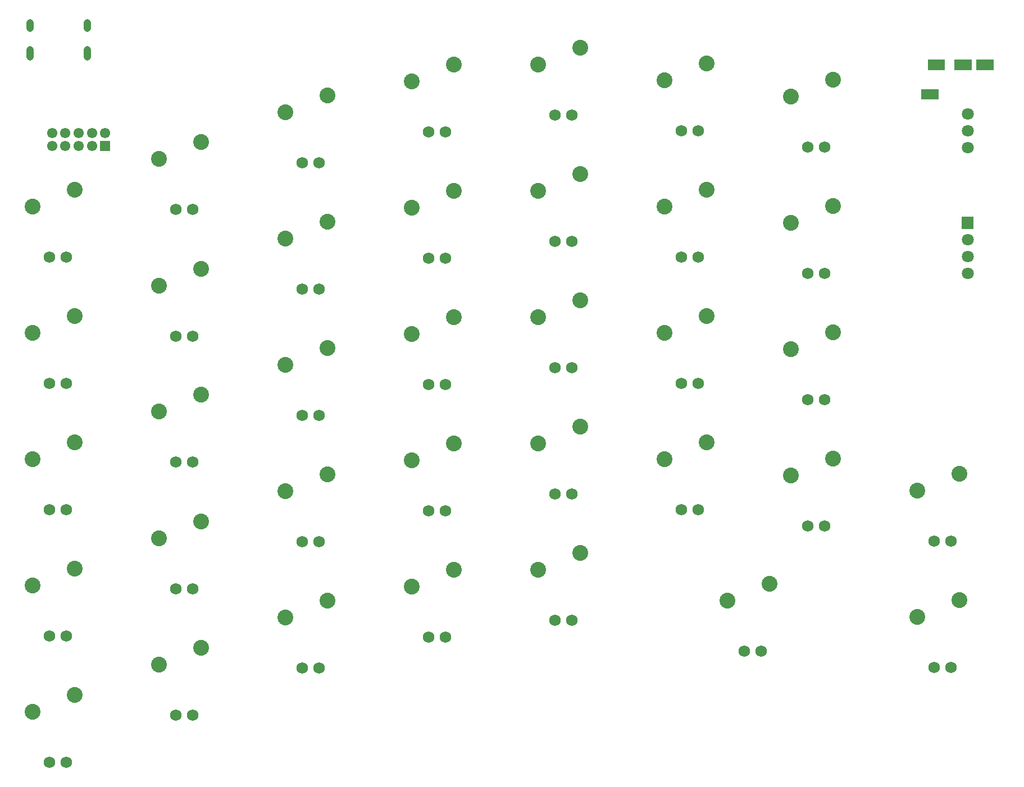
<source format=gts>
G04 Layer: TopSolderMaskLayer*
G04 EasyEDA v6.4.20.2, 2021-06-30T10:48:07+02:00*
G04 d10c3ea4707d49af85f46b29c2d7dc23,563db0ff5b334ec4995e7372edb549dc,10*
G04 Gerber Generator version 0.2*
G04 Scale: 100 percent, Rotated: No, Reflected: No *
G04 Dimensions in millimeters *
G04 leading zeros omitted , absolute positions ,4 integer and 5 decimal *
%FSLAX45Y45*%
%MOMM*%

%ADD52C,1.1016*%
%ADD53C,1.8016*%
%ADD55C,1.5532*%
%ADD58C,2.3876*%
%ADD59C,1.7272*%

%LPD*%
D52*
X1613154Y16770761D02*
G01*
X1613154Y16850761D01*
X749147Y16770761D02*
G01*
X749147Y16850761D01*
X1613154Y16337754D02*
G01*
X1613154Y16447754D01*
X749147Y16337754D02*
G01*
X749147Y16447754D01*
D53*
G01*
X14884400Y14960600D03*
G01*
X14884400Y15214600D03*
G01*
X14884400Y15468600D03*
G36*
X1808226Y14910054D02*
G01*
X1808226Y15065247D01*
X1963674Y15065247D01*
X1963674Y14910054D01*
G37*
D55*
G01*
X1885899Y15187599D03*
G01*
X1685899Y14987600D03*
G01*
X1685899Y15187599D03*
G01*
X1485900Y14987600D03*
G01*
X1485900Y15187599D03*
G01*
X1285900Y14987600D03*
G01*
X1285900Y15187599D03*
G01*
X1085900Y14987600D03*
G01*
X1085900Y15187599D03*
G36*
X14794229Y13740129D02*
G01*
X14794229Y13920470D01*
X14974570Y13920470D01*
X14974570Y13740129D01*
G37*
D53*
G01*
X14884400Y13576300D03*
G01*
X14884400Y13322300D03*
G01*
X14884400Y13068300D03*
G36*
X14284959Y16129762D02*
G01*
X14284959Y16289781D01*
X14545056Y16289781D01*
X14545056Y16129762D01*
G37*
G36*
X14184884Y15688818D02*
G01*
X14184884Y15848837D01*
X14445234Y15848837D01*
X14445234Y15688818D01*
G37*
G36*
X14685009Y16129762D02*
G01*
X14685009Y16289781D01*
X14945106Y16289781D01*
X14945106Y16129762D01*
G37*
G36*
X15018766Y16129762D02*
G01*
X15018766Y16289781D01*
X15279116Y16289781D01*
X15279116Y16129762D01*
G37*
D58*
G01*
X787400Y14071600D03*
G01*
X1422400Y14325600D03*
D59*
G01*
X1295400Y13309600D03*
G01*
X1041400Y13309600D03*
D58*
G01*
X787400Y12166600D03*
G01*
X1422400Y12420600D03*
D59*
G01*
X1295400Y11404600D03*
G01*
X1041400Y11404600D03*
D58*
G01*
X787400Y10261600D03*
G01*
X1422400Y10515600D03*
D59*
G01*
X1295400Y9499600D03*
G01*
X1041400Y9499600D03*
D58*
G01*
X787400Y8356600D03*
G01*
X1422400Y8610600D03*
D59*
G01*
X1295400Y7594600D03*
G01*
X1041400Y7594600D03*
D58*
G01*
X787400Y6451600D03*
G01*
X1422400Y6705600D03*
D59*
G01*
X1295400Y5689600D03*
G01*
X1041400Y5689600D03*
D58*
G01*
X14122400Y9791700D03*
G01*
X14757400Y10045700D03*
D59*
G01*
X14630400Y9029700D03*
G01*
X14376400Y9029700D03*
D58*
G01*
X2692400Y14795500D03*
G01*
X3327400Y15049500D03*
D59*
G01*
X3200400Y14033500D03*
G01*
X2946400Y14033500D03*
D58*
G01*
X4597400Y15494000D03*
G01*
X5232400Y15748000D03*
D59*
G01*
X5105400Y14732000D03*
G01*
X4851400Y14732000D03*
D58*
G01*
X6502400Y15963900D03*
G01*
X7137400Y16217900D03*
D59*
G01*
X7010400Y15201900D03*
G01*
X6756400Y15201900D03*
D58*
G01*
X8407400Y16217900D03*
G01*
X9042400Y16471900D03*
D59*
G01*
X8915400Y15455900D03*
G01*
X8661400Y15455900D03*
D58*
G01*
X10312400Y15976600D03*
G01*
X10947400Y16230600D03*
D59*
G01*
X10820400Y15214600D03*
G01*
X10566400Y15214600D03*
D58*
G01*
X12217400Y15735300D03*
G01*
X12852400Y15989300D03*
D59*
G01*
X12725400Y14973300D03*
G01*
X12471400Y14973300D03*
D58*
G01*
X2692400Y12877800D03*
G01*
X3327400Y13131800D03*
D59*
G01*
X3200400Y12115800D03*
G01*
X2946400Y12115800D03*
D58*
G01*
X4597400Y13589000D03*
G01*
X5232400Y13843000D03*
D59*
G01*
X5105400Y12827000D03*
G01*
X4851400Y12827000D03*
D58*
G01*
X6502400Y14058900D03*
G01*
X7137400Y14312900D03*
D59*
G01*
X7010400Y13296900D03*
G01*
X6756400Y13296900D03*
D58*
G01*
X8407400Y14312900D03*
G01*
X9042400Y14566900D03*
D59*
G01*
X8915400Y13550900D03*
G01*
X8661400Y13550900D03*
D58*
G01*
X10312400Y14071600D03*
G01*
X10947400Y14325600D03*
D59*
G01*
X10820400Y13309600D03*
G01*
X10566400Y13309600D03*
D58*
G01*
X12217400Y13830300D03*
G01*
X12852400Y14084300D03*
D59*
G01*
X12725400Y13068300D03*
G01*
X12471400Y13068300D03*
D58*
G01*
X2692400Y10985500D03*
G01*
X3327400Y11239500D03*
D59*
G01*
X3200400Y10223500D03*
G01*
X2946400Y10223500D03*
D58*
G01*
X4597400Y11684000D03*
G01*
X5232400Y11938000D03*
D59*
G01*
X5105400Y10922000D03*
G01*
X4851400Y10922000D03*
D58*
G01*
X6502400Y12153900D03*
G01*
X7137400Y12407900D03*
D59*
G01*
X7010400Y11391900D03*
G01*
X6756400Y11391900D03*
D58*
G01*
X8407400Y12407900D03*
G01*
X9042400Y12661900D03*
D59*
G01*
X8915400Y11645900D03*
G01*
X8661400Y11645900D03*
D58*
G01*
X10312400Y12166600D03*
G01*
X10947400Y12420600D03*
D59*
G01*
X10820400Y11404600D03*
G01*
X10566400Y11404600D03*
D58*
G01*
X12217400Y11925300D03*
G01*
X12852400Y12179300D03*
D59*
G01*
X12725400Y11163300D03*
G01*
X12471400Y11163300D03*
D58*
G01*
X2692400Y9067800D03*
G01*
X3327400Y9321800D03*
D59*
G01*
X3200400Y8305800D03*
G01*
X2946400Y8305800D03*
D58*
G01*
X4597400Y9779000D03*
G01*
X5232400Y10033000D03*
D59*
G01*
X5105400Y9017000D03*
G01*
X4851400Y9017000D03*
D58*
G01*
X6502400Y10248900D03*
G01*
X7137400Y10502900D03*
D59*
G01*
X7010400Y9486900D03*
G01*
X6756400Y9486900D03*
D58*
G01*
X8407400Y10502900D03*
G01*
X9042400Y10756900D03*
D59*
G01*
X8915400Y9740900D03*
G01*
X8661400Y9740900D03*
D58*
G01*
X10312400Y10261600D03*
G01*
X10947400Y10515600D03*
D59*
G01*
X10820400Y9499600D03*
G01*
X10566400Y9499600D03*
D58*
G01*
X12217400Y10020300D03*
G01*
X12852400Y10274300D03*
D59*
G01*
X12725400Y9258300D03*
G01*
X12471400Y9258300D03*
D58*
G01*
X2692400Y7162800D03*
G01*
X3327400Y7416800D03*
D59*
G01*
X3200400Y6400800D03*
G01*
X2946400Y6400800D03*
D58*
G01*
X4597400Y7874000D03*
G01*
X5232400Y8128000D03*
D59*
G01*
X5105400Y7112000D03*
G01*
X4851400Y7112000D03*
D58*
G01*
X6502400Y8343900D03*
G01*
X7137400Y8597900D03*
D59*
G01*
X7010400Y7581900D03*
G01*
X6756400Y7581900D03*
D58*
G01*
X8407400Y8597900D03*
G01*
X9042400Y8851900D03*
D59*
G01*
X8915400Y7835900D03*
G01*
X8661400Y7835900D03*
D58*
G01*
X11264900Y8128000D03*
G01*
X11899900Y8382000D03*
D59*
G01*
X11772900Y7366000D03*
G01*
X11518900Y7366000D03*
D58*
G01*
X14122400Y7886700D03*
G01*
X14757400Y8140700D03*
D59*
G01*
X14630400Y7124700D03*
G01*
X14376400Y7124700D03*
M02*

</source>
